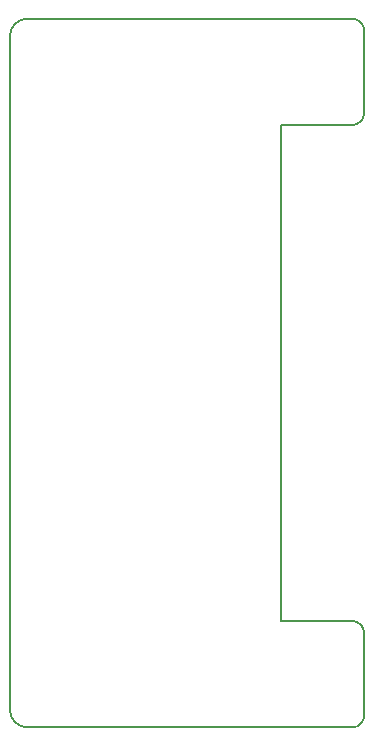
<source format=gm1>
G04 #@! TF.GenerationSoftware,KiCad,Pcbnew,(5.1.4)-1*
G04 #@! TF.CreationDate,2020-11-14T09:15:54+05:30*
G04 #@! TF.ProjectId,Breadboard_Power_Supply,42726561-6462-46f6-9172-645f506f7765,1*
G04 #@! TF.SameCoordinates,Original*
G04 #@! TF.FileFunction,Profile,NP*
%FSLAX46Y46*%
G04 Gerber Fmt 4.6, Leading zero omitted, Abs format (unit mm)*
G04 Created by KiCad (PCBNEW (5.1.4)-1) date 2020-11-14 09:15:54*
%MOMM*%
%LPD*%
G04 APERTURE LIST*
%ADD10C,0.150000*%
G04 APERTURE END LIST*
D10*
X161500000Y-110500000D02*
X155500000Y-110500000D01*
X162500000Y-111500000D02*
X162500000Y-118500000D01*
X134000000Y-119500000D02*
X161500000Y-119500000D01*
X161500000Y-110500000D02*
G75*
G02X162500000Y-111500000I0J-1000000D01*
G01*
X162500000Y-118500000D02*
G75*
G02X161500000Y-119500000I-1000000J0D01*
G01*
X132500000Y-61000000D02*
X132500000Y-118000000D01*
X134000000Y-119500000D02*
G75*
G02X132500000Y-118000000I0J1500000D01*
G01*
X161500000Y-59500000D02*
X134000000Y-59500000D01*
X162500000Y-67500000D02*
X162500000Y-60500000D01*
X155500000Y-68500000D02*
X161500000Y-68500000D01*
X162500000Y-67500000D02*
G75*
G02X161500000Y-68500000I-1000000J0D01*
G01*
X161500000Y-59500000D02*
G75*
G02X162500000Y-60500000I0J-1000000D01*
G01*
X132500000Y-61000000D02*
G75*
G02X134000000Y-59500000I1500000J0D01*
G01*
X155500000Y-110000000D02*
X155500000Y-110500000D01*
X155500000Y-68500000D02*
X155500000Y-110000000D01*
M02*

</source>
